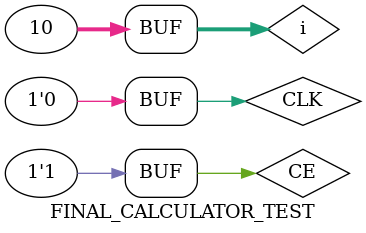
<source format=v>
`timescale 1ns / 1ps


module FINAL_CALCULATOR_TEST;
    parameter ARRAY_SIZE = 7;
    reg [ARRAY_SIZE-1:0] COMP_IN;     //comparator outputs
    reg CLK;
    reg CE;
    wire [ARRAY_SIZE-1:0] PATTERN;
    wire CNT_FINISH;
    
    integer i;
    initial
    begin
        COMP_IN = 7'b0000000;     //comparator outputs
        CLK = 1'b0;
        CE =1'b1;  
        
        for(i=0;i<10;i=i+1)
        begin
            #100
            CLK = !CLK;
            if(COMP_IN == 7'd6 && !CNT_FINISH)
                COMP_IN = COMP_IN;
            else
                COMP_IN = COMP_IN + 1;
            #100
            CLK = !CLK;
        end    
    end    
    
    FINAL_CALCULATOR uut(
    COMP_IN,     //comparator outputs
    CLK,
    CE,
    PATTERN,
    CNT_FINISH
    );
endmodule

</source>
